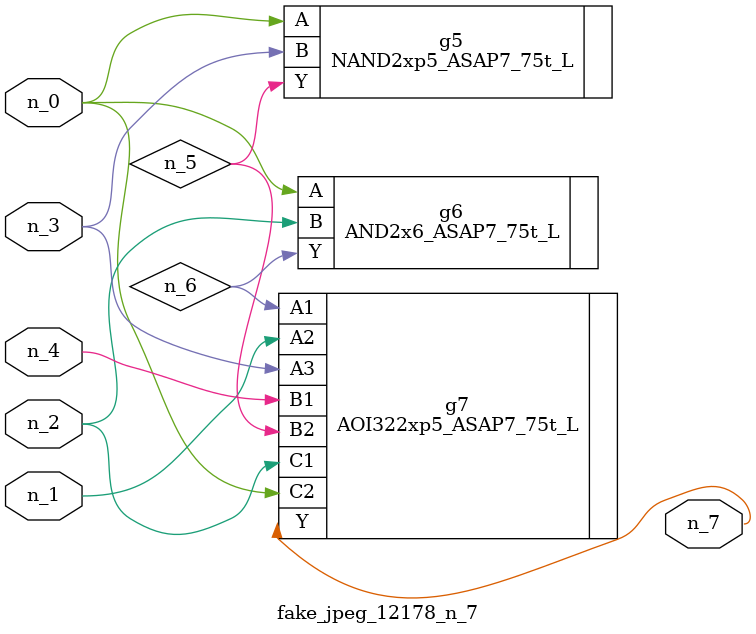
<source format=v>
module fake_jpeg_12178_n_7 (n_3, n_2, n_1, n_0, n_4, n_7);

input n_3;
input n_2;
input n_1;
input n_0;
input n_4;

output n_7;

wire n_6;
wire n_5;

NAND2xp5_ASAP7_75t_L g5 ( 
.A(n_0),
.B(n_3),
.Y(n_5)
);

AND2x6_ASAP7_75t_L g6 ( 
.A(n_0),
.B(n_2),
.Y(n_6)
);

AOI322xp5_ASAP7_75t_L g7 ( 
.A1(n_6),
.A2(n_1),
.A3(n_3),
.B1(n_4),
.B2(n_5),
.C1(n_2),
.C2(n_0),
.Y(n_7)
);


endmodule
</source>
